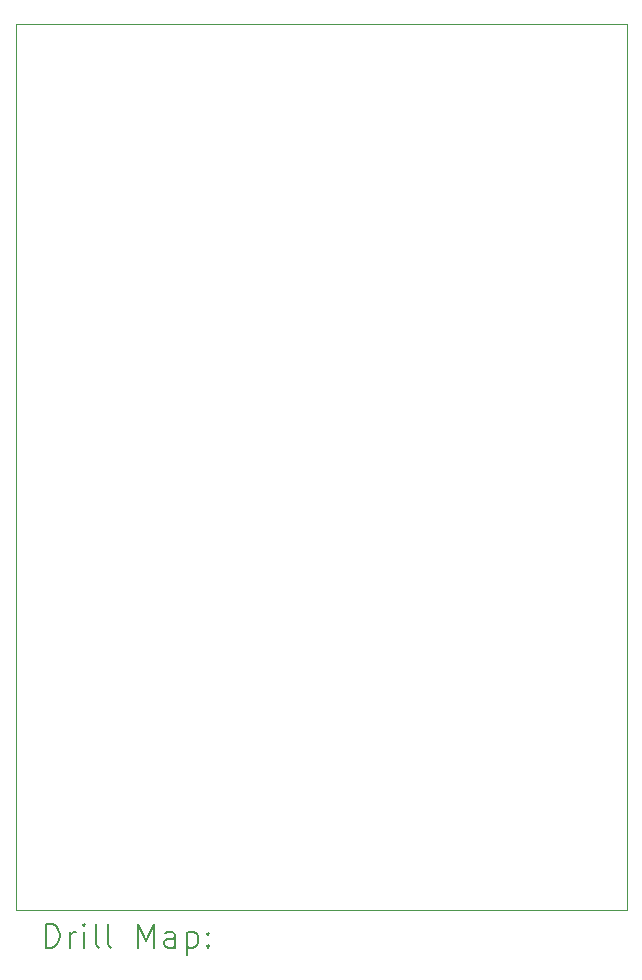
<source format=gbr>
%TF.GenerationSoftware,KiCad,Pcbnew,8.0.2+dfsg-1*%
%TF.CreationDate,2024-06-12T08:49:35-04:00*%
%TF.ProjectId,relay_board,72656c61-795f-4626-9f61-72642e6b6963,rev?*%
%TF.SameCoordinates,Original*%
%TF.FileFunction,Drillmap*%
%TF.FilePolarity,Positive*%
%FSLAX45Y45*%
G04 Gerber Fmt 4.5, Leading zero omitted, Abs format (unit mm)*
G04 Created by KiCad (PCBNEW 8.0.2+dfsg-1) date 2024-06-12 08:49:35*
%MOMM*%
%LPD*%
G01*
G04 APERTURE LIST*
%ADD10C,0.100000*%
%ADD11C,0.200000*%
G04 APERTURE END LIST*
D10*
X13000000Y-14400000D02*
X18171160Y-14401800D01*
X13000000Y-14400000D02*
X13000000Y-6900000D01*
X18171160Y-14401800D02*
X18171160Y-6898640D01*
X13000000Y-6900000D02*
X18171160Y-6898640D01*
D11*
X13255777Y-14718284D02*
X13255777Y-14518284D01*
X13255777Y-14518284D02*
X13303396Y-14518284D01*
X13303396Y-14518284D02*
X13331967Y-14527808D01*
X13331967Y-14527808D02*
X13351015Y-14546855D01*
X13351015Y-14546855D02*
X13360539Y-14565903D01*
X13360539Y-14565903D02*
X13370062Y-14603998D01*
X13370062Y-14603998D02*
X13370062Y-14632569D01*
X13370062Y-14632569D02*
X13360539Y-14670665D01*
X13360539Y-14670665D02*
X13351015Y-14689712D01*
X13351015Y-14689712D02*
X13331967Y-14708760D01*
X13331967Y-14708760D02*
X13303396Y-14718284D01*
X13303396Y-14718284D02*
X13255777Y-14718284D01*
X13455777Y-14718284D02*
X13455777Y-14584950D01*
X13455777Y-14623046D02*
X13465301Y-14603998D01*
X13465301Y-14603998D02*
X13474824Y-14594474D01*
X13474824Y-14594474D02*
X13493872Y-14584950D01*
X13493872Y-14584950D02*
X13512920Y-14584950D01*
X13579586Y-14718284D02*
X13579586Y-14584950D01*
X13579586Y-14518284D02*
X13570062Y-14527808D01*
X13570062Y-14527808D02*
X13579586Y-14537331D01*
X13579586Y-14537331D02*
X13589110Y-14527808D01*
X13589110Y-14527808D02*
X13579586Y-14518284D01*
X13579586Y-14518284D02*
X13579586Y-14537331D01*
X13703396Y-14718284D02*
X13684348Y-14708760D01*
X13684348Y-14708760D02*
X13674824Y-14689712D01*
X13674824Y-14689712D02*
X13674824Y-14518284D01*
X13808158Y-14718284D02*
X13789110Y-14708760D01*
X13789110Y-14708760D02*
X13779586Y-14689712D01*
X13779586Y-14689712D02*
X13779586Y-14518284D01*
X14036729Y-14718284D02*
X14036729Y-14518284D01*
X14036729Y-14518284D02*
X14103396Y-14661141D01*
X14103396Y-14661141D02*
X14170062Y-14518284D01*
X14170062Y-14518284D02*
X14170062Y-14718284D01*
X14351015Y-14718284D02*
X14351015Y-14613522D01*
X14351015Y-14613522D02*
X14341491Y-14594474D01*
X14341491Y-14594474D02*
X14322443Y-14584950D01*
X14322443Y-14584950D02*
X14284348Y-14584950D01*
X14284348Y-14584950D02*
X14265301Y-14594474D01*
X14351015Y-14708760D02*
X14331967Y-14718284D01*
X14331967Y-14718284D02*
X14284348Y-14718284D01*
X14284348Y-14718284D02*
X14265301Y-14708760D01*
X14265301Y-14708760D02*
X14255777Y-14689712D01*
X14255777Y-14689712D02*
X14255777Y-14670665D01*
X14255777Y-14670665D02*
X14265301Y-14651617D01*
X14265301Y-14651617D02*
X14284348Y-14642093D01*
X14284348Y-14642093D02*
X14331967Y-14642093D01*
X14331967Y-14642093D02*
X14351015Y-14632569D01*
X14446253Y-14584950D02*
X14446253Y-14784950D01*
X14446253Y-14594474D02*
X14465301Y-14584950D01*
X14465301Y-14584950D02*
X14503396Y-14584950D01*
X14503396Y-14584950D02*
X14522443Y-14594474D01*
X14522443Y-14594474D02*
X14531967Y-14603998D01*
X14531967Y-14603998D02*
X14541491Y-14623046D01*
X14541491Y-14623046D02*
X14541491Y-14680188D01*
X14541491Y-14680188D02*
X14531967Y-14699236D01*
X14531967Y-14699236D02*
X14522443Y-14708760D01*
X14522443Y-14708760D02*
X14503396Y-14718284D01*
X14503396Y-14718284D02*
X14465301Y-14718284D01*
X14465301Y-14718284D02*
X14446253Y-14708760D01*
X14627205Y-14699236D02*
X14636729Y-14708760D01*
X14636729Y-14708760D02*
X14627205Y-14718284D01*
X14627205Y-14718284D02*
X14617682Y-14708760D01*
X14617682Y-14708760D02*
X14627205Y-14699236D01*
X14627205Y-14699236D02*
X14627205Y-14718284D01*
X14627205Y-14594474D02*
X14636729Y-14603998D01*
X14636729Y-14603998D02*
X14627205Y-14613522D01*
X14627205Y-14613522D02*
X14617682Y-14603998D01*
X14617682Y-14603998D02*
X14627205Y-14594474D01*
X14627205Y-14594474D02*
X14627205Y-14613522D01*
M02*

</source>
